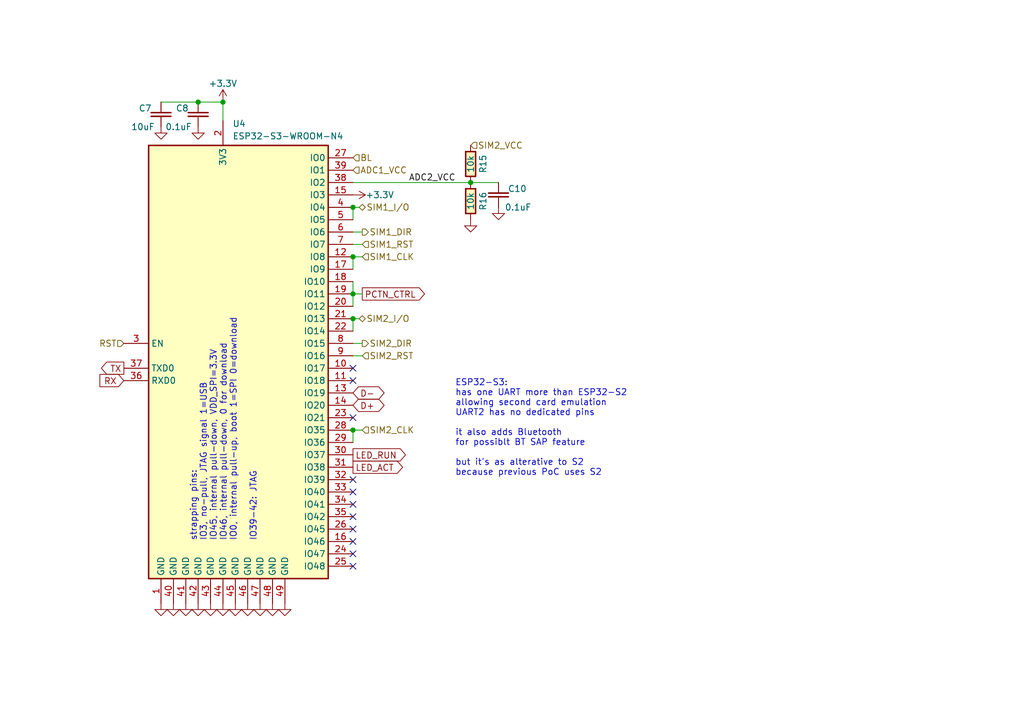
<source format=kicad_sch>
(kicad_sch (version 20230121) (generator eeschema)
  (paper "A5")
  (title_block (title "rSIM") (date "$date$") (rev "$version$.$revision$") (company "CuVoodoo") (comment 1 "King Kévin") (comment 2 "CERN-OHL-S"))
  (lib_symbols
    (symbol "capacitor/C0603 0.1uF 16V_1" (pin_numbers hide) (pin_names hide)
      (property "Reference" "C" (at 0 2.794 0))
      (property "Value" "C0603" (at 0 -2.794 0))
      (symbol "capacitor/C0603 0.1uF 16V_1_1_1"
        (polyline (pts (xy -0.381 2.032) (xy -0.381 -2.032)) (stroke (width 0.305)))
        (polyline (pts (xy 0.381 2.032) (xy 0.381 -2.032)) (stroke (width 0.305)))
        (pin passive line (at -2.54 0 0) (length 2.159) (name "L") (number "1"))
        (pin passive line (at 2.54 0 180) (length 2.159) (name "R") (number "2"))
      )
    )
    (symbol "partdb:MCU/ESP32-S3-WROOM-1-N4"
      (property "Reference" "U" (at 0 0.762 0))
      (property "Value" "ESP32-S3-WROOM-I" (at 28.702 -89.662 0))
      (symbol "MCU/ESP32-S3-WROOM-1-N4_1_1"
        (rectangle (start 0 0) (end 36.83 -88.9) (stroke (width 0.305)) (fill (type background)))
        (pin power_in line (at 2.54 -93.98 90) (length 5.08) (name "GND") (number "1"))
        (pin bidirectional line (at 41.91 -45.72 180) (length 5.08) (name "IO17") (number "10"))
        (pin bidirectional line (at 41.91 -48.26 180) (length 5.08) (name "IO18") (number "11"))
        (pin bidirectional line (at 41.91 -22.86 180) (length 5.08) (name "IO8") (number "12"))
        (pin bidirectional line (at 41.91 -50.8 180) (length 5.08) (name "IO19") (number "13"))
        (pin bidirectional line (at 41.91 -53.34 180) (length 5.08) (name "IO20") (number "14"))
        (pin bidirectional line (at 41.91 -10.16 180) (length 5.08) (name "IO3") (number "15"))
        (pin bidirectional line (at 41.91 -81.28 180) (length 5.08) (name "IO46") (number "16"))
        (pin bidirectional line (at 41.91 -25.4 180) (length 5.08) (name "IO9") (number "17"))
        (pin bidirectional line (at 41.91 -27.94 180) (length 5.08) (name "IO10") (number "18"))
        (pin bidirectional line (at 41.91 -30.48 180) (length 5.08) (name "IO11") (number "19"))
        (pin power_in line (at 15.24 5.08 270) (length 5.08) (name "3V3") (number "2"))
        (pin bidirectional line (at 41.91 -33.02 180) (length 5.08) (name "IO12") (number "20"))
        (pin bidirectional line (at 41.91 -35.56 180) (length 5.08) (name "IO13") (number "21"))
        (pin bidirectional line (at 41.91 -38.1 180) (length 5.08) (name "IO14") (number "22"))
        (pin bidirectional line (at 41.91 -55.88 180) (length 5.08) (name "IO21") (number "23"))
        (pin bidirectional line (at 41.91 -83.82 180) (length 5.08) (name "IO47") (number "24"))
        (pin bidirectional line (at 41.91 -86.36 180) (length 5.08) (name "IO48") (number "25"))
        (pin bidirectional line (at 41.91 -78.74 180) (length 5.08) (name "IO45") (number "26"))
        (pin bidirectional line (at 41.91 -2.54 180) (length 5.08) (name "IO0") (number "27"))
        (pin bidirectional line (at 41.91 -58.42 180) (length 5.08) (name "IO35") (number "28"))
        (pin bidirectional line (at 41.91 -60.96 180) (length 5.08) (name "IO36") (number "29"))
        (pin input line (at -5.08 -40.64 0) (length 5.08) (name "EN") (number "3"))
        (pin bidirectional line (at 41.91 -63.5 180) (length 5.08) (name "IO37") (number "30"))
        (pin bidirectional line (at 41.91 -66.04 180) (length 5.08) (name "IO38") (number "31"))
        (pin bidirectional line (at 41.91 -68.58 180) (length 5.08) (name "IO39") (number "32"))
        (pin bidirectional line (at 41.91 -71.12 180) (length 5.08) (name "IO40") (number "33"))
        (pin bidirectional line (at 41.91 -73.66 180) (length 5.08) (name "IO41") (number "34"))
        (pin bidirectional line (at 41.91 -76.2 180) (length 5.08) (name "IO42") (number "35"))
        (pin bidirectional line (at -5.08 -48.26 0) (length 5.08) (name "RXD0") (number "36"))
        (pin bidirectional line (at -5.08 -45.72 0) (length 5.08) (name "TXD0") (number "37"))
        (pin bidirectional line (at 41.91 -7.62 180) (length 5.08) (name "IO2") (number "38"))
        (pin bidirectional line (at 41.91 -5.08 180) (length 5.08) (name "IO1") (number "39"))
        (pin bidirectional line (at 41.91 -12.7 180) (length 5.08) (name "IO4") (number "4"))
        (pin power_in line (at 5.08 -93.98 90) (length 5.08) (name "GND") (number "40"))
        (pin power_in line (at 7.62 -93.98 90) (length 5.08) (name "GND") (number "41"))
        (pin power_in line (at 10.16 -93.98 90) (length 5.08) (name "GND") (number "42"))
        (pin power_in line (at 12.7 -93.98 90) (length 5.08) (name "GND") (number "43"))
        (pin power_in line (at 15.24 -93.98 90) (length 5.08) (name "GND") (number "44"))
        (pin power_in line (at 17.78 -93.98 90) (length 5.08) (name "GND") (number "45"))
        (pin power_in line (at 20.32 -93.98 90) (length 5.08) (name "GND") (number "46"))
        (pin power_in line (at 22.86 -93.98 90) (length 5.08) (name "GND") (number "47"))
        (pin power_in line (at 25.4 -93.98 90) (length 5.08) (name "GND") (number "48"))
        (pin power_in line (at 27.94 -93.98 90) (length 5.08) (name "GND") (number "49"))
        (pin bidirectional line (at 41.91 -15.24 180) (length 5.08) (name "IO5") (number "5"))
        (pin bidirectional line (at 41.91 -17.78 180) (length 5.08) (name "IO6") (number "6"))
        (pin bidirectional line (at 41.91 -20.32 180) (length 5.08) (name "IO7") (number "7"))
        (pin bidirectional line (at 41.91 -40.64 180) (length 5.08) (name "IO15") (number "8"))
        (pin bidirectional line (at 41.91 -43.18 180) (length 5.08) (name "IO16") (number "9"))
      )
    )
    (symbol "partdb:capacitor/C0603 0.1uF 16V" (pin_numbers hide) (pin_names hide)
      (property "Reference" "C" (at 0 2.794 0))
      (property "Value" "C0603" (at 0 -2.794 0))
      (symbol "capacitor/C0603 0.1uF 16V_1_1"
        (polyline (pts (xy -0.381 2.032) (xy -0.381 -2.032)) (stroke (width 0.305)))
        (polyline (pts (xy 0.381 2.032) (xy 0.381 -2.032)) (stroke (width 0.305)))
        (pin passive line (at -2.54 0 0) (length 2.159) (name "L") (number "1"))
        (pin passive line (at 2.54 0 180) (length 2.159) (name "R") (number "2"))
      )
    )
    (symbol "partdb:capacitor/C0603 10uF" (pin_numbers hide) (pin_names hide)
      (property "Reference" "C" (at 0 2.794 0))
      (property "Value" "C0603" (at 0 -2.794 0))
      (symbol "capacitor/C0603 10uF_1_1"
        (polyline (pts (xy -0.381 2.032) (xy -0.381 -2.032)) (stroke (width 0.305)))
        (polyline (pts (xy 0.381 2.032) (xy 0.381 -2.032)) (stroke (width 0.305)))
        (pin passive line (at -2.54 0 0) (length 2.159) (name "L") (number "1"))
        (pin passive line (at 2.54 0 180) (length 2.159) (name "R") (number "2"))
      )
    )
    (symbol "partdb:resistor/R0603 10K" (pin_numbers hide) (pin_names hide)
      (property "Reference" "R" (at 0 1.778 0))
      (property "Value" "R0603" (at 0 -1.778 0))
      (symbol "resistor/R0603 10K_1_1"
        (rectangle (start -2.54 1.016) (end 2.54 -1.016) (stroke (width 0.305)) (fill (type background)))
        (pin passive line (at -3.81 0 0) (length 1.27) (name "L") (number "1"))
        (pin passive line (at 3.81 0 180) (length 1.27) (name "R") (number "2"))
      )
    )
    (symbol "power:+3.3V" (power) (pin_names (offset 0))
      (property "Value" "+3.3V" (at 0 3.556 0))
      (symbol "+3.3V_0_1"
        (polyline (pts (xy -0.762 1.27) (xy 0 2.54)))
        (polyline (pts (xy 0 0) (xy 0 2.54)))
        (polyline (pts (xy 0 2.54) (xy 0.762 1.27)))
      )
      (symbol "+3.3V_1_1"
        (pin power_in line (at 0 0 90) (length 0) hide (name "+3.3V") (number "1"))
      )
    )
    (symbol "power:GND" (power) (pin_names (offset 0))
      (property "Value" "GND" (at 0 -3.81 0))
      (symbol "GND_0_1"
        (polyline (pts (xy 0 0) (xy 0 -1.27) (xy 1.27 -1.27) (xy 0 -2.54) (xy -1.27 -1.27) (xy 0 -1.27)))
      )
      (symbol "GND_1_1"
        (pin power_in line (at 0 0 270) (length 0) hide (name "GND") (number "1"))
      )
    )
    (symbol "resistor/R0603 10K_1" (pin_numbers hide) (pin_names hide)
      (property "Reference" "R" (at 0 1.778 0))
      (property "Value" "R0603" (at 0 -1.778 0))
      (symbol "resistor/R0603 10K_1_1_1"
        (rectangle (start -2.54 1.016) (end 2.54 -1.016) (stroke (width 0.305)) (fill (type background)))
        (pin passive line (at -3.81 0 0) (length 1.27) (name "L") (number "1"))
        (pin passive line (at 3.81 0 180) (length 1.27) (name "R") (number "2"))
      )
    )
  )
  (junction (at 40.64 20.955))
  (junction (at 72.39 65.405))
  (junction (at 72.39 60.325))
  (junction (at 72.39 42.545))
  (junction (at 72.39 52.705))
  (junction (at 72.39 88.265))
  (junction (at 96.52 37.465))
  (junction (at 45.72 20.955))
  (no_connect (at 72.39 113.665))
  (no_connect (at 72.39 103.505))
  (no_connect (at 72.39 111.125))
  (no_connect (at 72.39 85.725))
  (no_connect (at 72.39 75.565))
  (no_connect (at 72.39 116.205))
  (no_connect (at 72.39 100.965))
  (no_connect (at 72.39 78.105))
  (no_connect (at 72.39 108.585))
  (no_connect (at 72.39 98.425))
  (no_connect (at 72.39 106.045))
  (wire (pts (xy 72.39 88.265) (xy 72.39 90.805)))
  (wire (pts (xy 72.39 60.325) (xy 72.39 62.865)))
  (wire (pts (xy 33.02 20.955) (xy 40.64 20.955)))
  (wire (pts (xy 45.72 24.765) (xy 45.72 20.955)))
  (wire (pts (xy 72.39 42.545) (xy 72.39 45.085)))
  (wire (pts (xy 74.295 88.265) (xy 72.39 88.265)))
  (wire (pts (xy 45.72 20.955) (xy 40.64 20.955)))
  (wire (pts (xy 72.39 52.705) (xy 72.39 55.245)))
  (wire (pts (xy 72.39 37.465) (xy 96.52 37.465)))
  (wire (pts (xy 73.66 65.405) (xy 72.39 65.405)))
  (wire (pts (xy 96.52 37.465) (xy 102.235 37.465)))
  (wire (pts (xy 74.295 47.625) (xy 72.39 47.625)))
  (wire (pts (xy 72.39 60.325) (xy 74.295 60.325)))
  (wire (pts (xy 72.39 57.785) (xy 72.39 60.325)))
  (wire (pts (xy 74.295 50.165) (xy 72.39 50.165)))
  (wire (pts (xy 74.295 73.025) (xy 72.39 73.025)))
  (wire (pts (xy 72.39 65.405) (xy 72.39 67.945)))
  (wire (pts (xy 74.295 70.485) (xy 72.39 70.485)))
  (wire (pts (xy 73.66 42.545) (xy 72.39 42.545)))
  (wire (pts (xy 74.295 52.705) (xy 72.39 52.705)))
  (text "ESP32-S3:\nhas one UART more than ESP32-S2\nallowing second card emulation\nUART2 has no dedicated pins\n\nit also adds Bluetooth\nfor possiblt BT SAP feature\n\nbut it's as alterative to S2\nbecause previous PoC uses S2" (at 93.345 97.79 0) (effects (font (size 1.27 1.27)) (justify left bottom)))
  (text "strapping pins:\nIO3, no-pull, JTAG signal 1=USB\nIO45, internal pull-down, VDD_SPI=3.3V\nIO46, internal pull-down, 0 for download\nIO0, internal pull-up, boot 1=SPI 0=download\n\nIO39-42: JTAG" (at 52.705 111.125 90) (effects (font (size 1.27 1.27)) (justify left bottom)))
  (label "ADC2_VCC" (at 83.82 37.465 0))
  (global_label "LED_ACT" (shape output) (at 72.39 95.885 0) (property "Intersheetrefs" "${INTERSHEET_REFS}" (effects hide)))
  (global_label "D+" (shape bidirectional) (at 72.39 83.185 0) (property "Intersheetrefs" "${INTERSHEET_REFS}" (effects hide)))
  (global_label "LED_RUN" (shape output) (at 72.39 93.345 0) (property "Intersheetrefs" "${INTERSHEET_REFS}" (effects hide)))
  (global_label "TX" (shape output) (at 25.4 75.565 180) (property "Intersheetrefs" "${INTERSHEET_REFS}" (effects hide)))
  (global_label "RX" (shape input) (at 25.4 78.105 180) (property "Intersheetrefs" "${INTERSHEET_REFS}" (effects hide)))
  (global_label "D-" (shape bidirectional) (at 72.39 80.645 0) (property "Intersheetrefs" "${INTERSHEET_REFS}" (effects hide)))
  (global_label "PCTN_CTRL" (shape output) (at 74.295 60.325 0) (property "Intersheetrefs" "${INTERSHEET_REFS}" (effects hide)))
  (hierarchical_label "BL" (shape input) (at 72.39 32.385 0))
  (hierarchical_label "SIM2_RST" (shape input) (at 74.295 73.025 0))
  (hierarchical_label "SIM2_VCC" (shape input) (at 96.52 29.845 0))
  (hierarchical_label "SIM2_I{slash}O" (shape bidirectional) (at 73.66 65.405 0))
  (hierarchical_label "RST" (shape input) (at 25.4 70.485 180))
  (hierarchical_label "SIM1_RST" (shape input) (at 74.295 50.165 0))
  (hierarchical_label "SIM2_DIR" (shape output) (at 74.295 70.485 0))
  (hierarchical_label "SIM2_CLK" (shape input) (at 74.295 88.265 0))
  (hierarchical_label "SIM1_DIR" (shape output) (at 74.295 47.625 0))
  (hierarchical_label "ADC1_VCC" (shape input) (at 72.39 34.925 0))
  (hierarchical_label "SIM1_CLK" (shape input) (at 74.295 52.705 0))
  (hierarchical_label "SIM1_I{slash}O" (shape bidirectional) (at 73.66 42.545 0))
  (symbol (lib_id "power:GND") (at 102.235 42.545 0) (unit 1)
    (property "Reference" "#PWR093" (effects hide))
    (property "Value" "GND" (effects hide))
    (instances (project "rsim" (path "" (reference "#PWR093") (unit 1)) (path "" (reference "#PWR074") (unit 1))))
  )
  (symbol (lib_id "power:GND") (at 40.64 26.035 0) (unit 1)
    (property "Reference" "#PWR057" (effects hide))
    (property "Value" "GND" (effects hide))
    (instances (project "rsim" (path "" (reference "#PWR057") (unit 1)) (path "" (reference "#PWR062") (unit 1))))
  )
  (symbol (lib_id "power:GND") (at 58.42 123.825 0) (mirror y) (unit 1)
    (property "Reference" "#PWR070" (effects hide))
    (property "Value" "GND" (effects hide))
    (instances (project "rsim" (path "" (reference "#PWR070") (unit 1)) (path "" (reference "#PWR071") (unit 1))))
  )
  (symbol (lib_id "partdb:capacitor/C0603 0.1uF 16V") (at 102.235 40.005 270) (mirror x) (unit 1)
    (property "Reference" "C10" (at 104.14 38.735 90) (effects (justify left)))
    (property "Value" "0.1uF" (at 103.505 42.545 90) (effects (justify left)))
    (property "Footprint" "qeda:CAPC1608X92N" (effects hide))
    (property "Datasheet" "Chip capacitor 1.6x0.8 mm" (effects hide))
    (property "qeda_part" "capacitor/c0603" (effects hide))
    (property "JLCPCB_CORRECTION" "0;0;-90" (effects hide))
    (property "Description" "100nF ±20% 16V X7R" (effects hide))
    (property "DigiKey" "311-1335-1-ND" (effects hide))
    (instances (project "rsim" (path "" (reference "C10") (unit 1)) (path "" (reference "C13") (unit 1))))
  )
  (symbol (lib_id "power:GND") (at 45.72 123.825 0) (mirror y) (unit 1)
    (property "Reference" "#PWR065" (effects hide))
    (property "Value" "GND" (effects hide))
    (instances (project "rsim" (path "" (reference "#PWR065") (unit 1)) (path "" (reference "#PWR066") (unit 1))))
  )
  (symbol (lib_id "power:GND") (at 48.26 123.825 0) (mirror y) (unit 1)
    (property "Reference" "#PWR066" (effects hide))
    (property "Value" "GND" (effects hide))
    (instances (project "rsim" (path "" (reference "#PWR066") (unit 1)) (path "" (reference "#PWR067") (unit 1))))
  )
  (symbol (lib_id "power:GND") (at 35.56 123.825 0) (mirror y) (unit 1)
    (property "Reference" "#PWR061" (effects hide))
    (property "Value" "GND" (effects hide))
    (instances (project "rsim" (path "" (reference "#PWR061") (unit 1)) (path "" (reference "#PWR060") (unit 1))))
  )
  (symbol (lib_id "power:GND") (at 38.1 123.825 0) (mirror y) (unit 1)
    (property "Reference" "#PWR062" (effects hide))
    (property "Value" "GND" (effects hide))
    (instances (project "rsim" (path "" (reference "#PWR062") (unit 1)) (path "" (reference "#PWR061") (unit 1))))
  )
  (symbol (lib_id "power:GND") (at 50.8 123.825 0) (mirror y) (unit 1)
    (property "Reference" "#PWR067" (effects hide))
    (property "Value" "GND" (effects hide))
    (instances (project "rsim" (path "" (reference "#PWR067") (unit 1)) (path "" (reference "#PWR068") (unit 1))))
  )
  (symbol (lib_id "power:+3.3V") (at 45.72 20.955 0) (unit 1)
    (property "Reference" "#PWR058" (effects hide))
    (property "Value" "+3.3V" (at 45.72 17.145 0))
    (instances (project "rsim" (path "" (reference "#PWR058") (unit 1)) (path "" (reference "#PWR065") (unit 1))))
  )
  (symbol (lib_id "power:GND") (at 55.88 123.825 0) (mirror y) (unit 1)
    (property "Reference" "#PWR069" (effects hide))
    (property "Value" "GND" (effects hide))
    (instances (project "rsim" (path "" (reference "#PWR069") (unit 1)) (path "" (reference "#PWR070") (unit 1))))
  )
  (symbol (lib_id "power:GND") (at 33.02 26.035 0) (unit 1)
    (property "Reference" "#PWR056" (effects hide))
    (property "Value" "GND" (effects hide))
    (instances (project "rsim" (path "" (reference "#PWR056") (unit 1)) (path "" (reference "#PWR058") (unit 1))))
  )
  (symbol (lib_id "partdb:resistor/R0603 10K") (at 96.52 33.655 270) (unit 1)
    (property "Reference" "R15" (at 99.06 33.655 0))
    (property "Value" "10k" (at 96.52 33.655 0))
    (property "Footprint" "qeda:UC1608X55N" (effects hide))
    (property "Datasheet" "resistor, chip, 1.6x0.8 mm" (effects hide))
    (property "qeda_part" "resistor/r0603" (effects hide))
    (property "JLCPCB_CORRECTION" "0;0;-90" (effects hide))
    (property "Description" "10K ±5%" (effects hide))
    (property "name" "resistor, chip, 1.6x0.8 mm" (effects hide))
    (property "LCSC" "C15401" (effects hide))
    (instances (project "rsim" (path "" (reference "R15") (unit 1)) (path "" (reference "R16") (unit 1))))
  )
  (symbol (lib_id "power:GND") (at 33.02 123.825 0) (mirror y) (unit 1)
    (property "Reference" "#PWR060" (effects hide))
    (property "Value" "GND" (effects hide))
    (instances (project "rsim" (path "" (reference "#PWR060") (unit 1)) (path "" (reference "#PWR059") (unit 1))))
  )
  (symbol (lib_id "power:+3.3V") (at 72.39 40.005 270) (unit 1)
    (property "Reference" "#PWR071" (effects hide))
    (property "Value" "+3.3V" (at 74.93 40.005 90) (effects (justify left)))
    (instances (project "rsim" (path "" (reference "#PWR071") (unit 1)) (path "" (reference "#PWR072") (unit 1))))
  )
  (symbol (lib_id "power:GND") (at 40.64 123.825 0) (mirror y) (unit 1)
    (property "Reference" "#PWR063" (effects hide))
    (property "Value" "GND" (effects hide))
  )
  (symbol (lib_id "power:GND") (at 53.34 123.825 0) (mirror y) (unit 1)
    (property "Reference" "#PWR068" (effects hide))
    (property "Value" "GND" (effects hide))
    (instances (project "rsim" (path "" (reference "#PWR068") (unit 1)) (path "" (reference "#PWR069") (unit 1))))
  )
  (symbol (lib_id "partdb:MCU/ESP32-S3-WROOM-1-N4") (at 30.48 29.845 0) (unit 1)
    (property "Reference" "U4" (at 47.6759 25.4 0) (effects (justify left)))
    (property "Value" "ESP32-S3-WROOM-N4" (at 47.6759 27.94 0) (effects (justify left)))
    (property "Footprint" "qeda:MCU_ESP32-S3-WROOM-I" (effects hide))
    (property "Datasheet" "https://www.espressif.com/sites/default/files/documentation/esp32-s3-wroom-1_wroom-1u_datasheet_en.pdf" (effects hide))
    (property "qeda_part" "mcu/espressif_esp32-s3-wroom-1" (effects hide))
    (property "Description" "ESP32-S3 module, PCB antenna, 4MB flash" (effects hide))
    (property "LCSC" "C2913197" (effects hide))
  )
  (symbol (lib_id "power:GND") (at 96.52 45.085 0) (unit 1)
    (property "Reference" "#PWR092" (effects hide))
    (property "Value" "GND" (effects hide))
    (instances (project "rsim" (path "" (reference "#PWR092") (unit 1)) (path "" (reference "#PWR073") (unit 1))))
  )
  (symbol (lib_id "power:GND") (at 43.18 123.825 0) (mirror y) (unit 1)
    (property "Reference" "#PWR064" (effects hide))
    (property "Value" "GND" (effects hide))
  )
  (symbol (lib_name "resistor/R0603 10K_1") (lib_id "partdb:resistor/R0603 10K") (at 96.52 41.275 270) (unit 1)
    (property "Reference" "R16" (at 99.06 41.275 0))
    (property "Value" "10k" (at 96.52 41.275 0))
    (property "Footprint" "qeda:UC1608X55N" (effects hide))
    (property "Datasheet" "resistor, chip, 1.6x0.8 mm" (effects hide))
    (property "qeda_part" "resistor/r0603" (effects hide))
    (property "JLCPCB_CORRECTION" "0;0;-90" (effects hide))
    (property "Description" "10K ±5%" (effects hide))
    (property "name" "resistor, chip, 1.6x0.8 mm" (effects hide))
    (property "LCSC" "C15401" (effects hide))
    (instances (project "rsim" (path "" (reference "R16") (unit 1)) (path "" (reference "R17") (unit 1))))
  )
  (symbol (lib_name "capacitor/C0603 0.1uF 16V_1") (lib_id "partdb:capacitor/C0603 0.1uF 16V") (at 40.64 23.495 90) (unit 1)
    (property "Reference" "C8" (at 38.735 22.225 90) (effects (justify left)))
    (property "Value" "0.1uF" (at 39.37 26.035 90) (effects (justify left)))
    (property "Footprint" "qeda:CAPC1608X92N" (effects hide))
    (property "Datasheet" "Chip capacitor 1.6x0.8 mm" (effects hide))
    (property "qeda_part" "capacitor/c0603" (effects hide))
    (property "JLCPCB_CORRECTION" "0;0;-90" (effects hide))
    (property "Description" "100nF ±20% 16V X7R" (effects hide))
    (property "DigiKey" "311-1335-1-ND" (effects hide))
    (instances (project "rsim" (path "" (reference "C8") (unit 1)) (path "" (reference "C12") (unit 1))))
  )
  (symbol (lib_id "partdb:capacitor/C0603 10uF") (at 33.02 23.495 90) (unit 1)
    (property "Reference" "C7" (at 31.115 22.225 90) (effects (justify left)))
    (property "Value" "10uF" (at 31.75 26.035 90) (effects (justify left)))
    (property "Footprint" "qeda:CAPC1608X92N" (effects hide))
    (property "Datasheet" "Chip capacitor 1.6x0.8 mm" (effects hide))
    (property "qeda_part" "capacitor/c0603" (effects hide))
    (property "JLCPCB_CORRECTION" "0;0;-90" (effects hide))
    (property "Description" "10V X5R 20%" (effects hide))
    (property "LCSC" "C85713" (effects hide))
    (property "JLCPCB" "C19702" (effects hide))
    (instances (project "rsim" (path "" (reference "C7") (unit 1)) (path "" (reference "C11") (unit 1))))
  )
)
</source>
